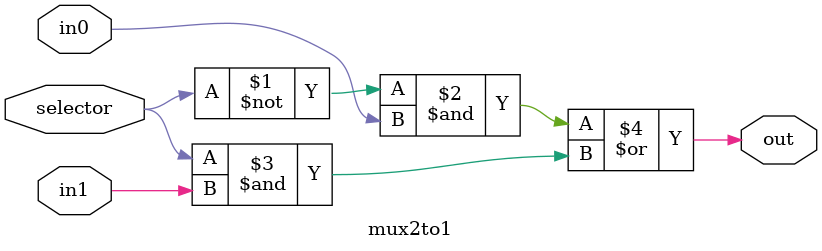
<source format=v>
`timescale 1ns / 1ps


module mux2to1(
    input in0,
    input in1,
    input selector,
    output out
    );
    
    assign out = (~selector & in0) | (selector & in1);
endmodule

</source>
